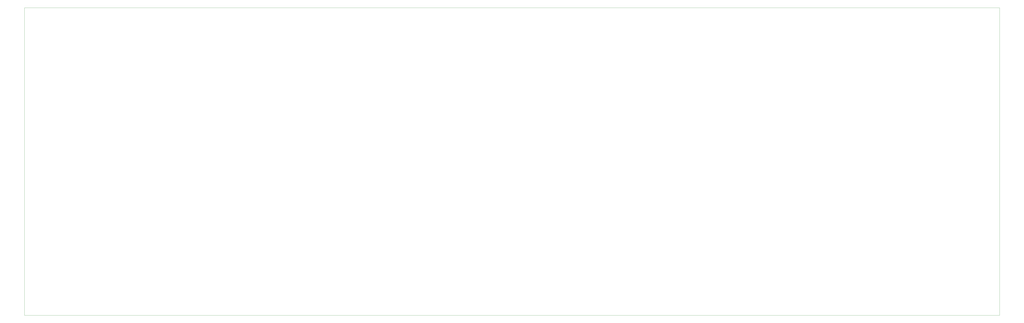
<source format=gm1>
%TF.GenerationSoftware,KiCad,Pcbnew,8.0.2*%
%TF.CreationDate,2024-06-11T18:45:27+02:00*%
%TF.ProjectId,chu_main,6368755f-6d61-4696-9e2e-6b696361645f,rev?*%
%TF.SameCoordinates,Original*%
%TF.FileFunction,Profile,NP*%
%FSLAX46Y46*%
G04 Gerber Fmt 4.6, Leading zero omitted, Abs format (unit mm)*
G04 Created by KiCad (PCBNEW 8.0.2) date 2024-06-11 18:45:27*
%MOMM*%
%LPD*%
G01*
G04 APERTURE LIST*
%TA.AperFunction,Profile*%
%ADD10C,0.100000*%
%TD*%
G04 APERTURE END LIST*
D10*
X30000000Y-58426000D02*
X520000000Y-58426000D01*
X520000000Y-213426000D01*
X30000000Y-213426000D01*
X30000000Y-58426000D01*
M02*

</source>
